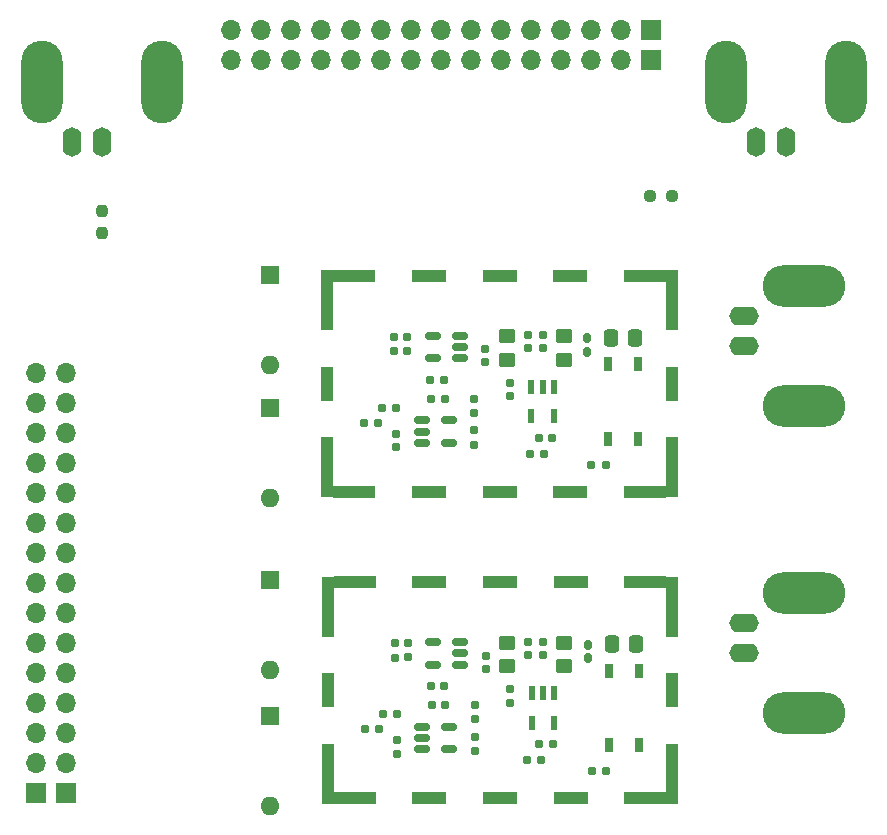
<source format=gts>
G04 #@! TF.GenerationSoftware,KiCad,Pcbnew,7.0.7*
G04 #@! TF.CreationDate,2023-12-28T09:15:15+02:00*
G04 #@! TF.ProjectId,AD3 Front End Amplifier,41443320-4672-46f6-9e74-20456e642041,rev?*
G04 #@! TF.SameCoordinates,Original*
G04 #@! TF.FileFunction,Soldermask,Top*
G04 #@! TF.FilePolarity,Negative*
%FSLAX46Y46*%
G04 Gerber Fmt 4.6, Leading zero omitted, Abs format (unit mm)*
G04 Created by KiCad (PCBNEW 7.0.7) date 2023-12-28 09:15:15*
%MOMM*%
%LPD*%
G01*
G04 APERTURE LIST*
G04 Aperture macros list*
%AMRoundRect*
0 Rectangle with rounded corners*
0 $1 Rounding radius*
0 $2 $3 $4 $5 $6 $7 $8 $9 X,Y pos of 4 corners*
0 Add a 4 corners polygon primitive as box body*
4,1,4,$2,$3,$4,$5,$6,$7,$8,$9,$2,$3,0*
0 Add four circle primitives for the rounded corners*
1,1,$1+$1,$2,$3*
1,1,$1+$1,$4,$5*
1,1,$1+$1,$6,$7*
1,1,$1+$1,$8,$9*
0 Add four rect primitives between the rounded corners*
20,1,$1+$1,$2,$3,$4,$5,0*
20,1,$1+$1,$4,$5,$6,$7,0*
20,1,$1+$1,$6,$7,$8,$9,0*
20,1,$1+$1,$8,$9,$2,$3,0*%
G04 Aperture macros list end*
%ADD10RoundRect,0.155000X0.212500X0.155000X-0.212500X0.155000X-0.212500X-0.155000X0.212500X-0.155000X0*%
%ADD11R,1.600000X1.600000*%
%ADD12O,1.600000X1.600000*%
%ADD13RoundRect,0.250000X-0.450000X0.350000X-0.450000X-0.350000X0.450000X-0.350000X0.450000X0.350000X0*%
%ADD14R,0.990000X5.140000*%
%ADD15R,0.990000X3.000000*%
%ADD16R,3.590000X0.990000*%
%ADD17R,3.000000X0.990000*%
%ADD18R,2.990000X0.990000*%
%ADD19RoundRect,0.160000X-0.197500X-0.160000X0.197500X-0.160000X0.197500X0.160000X-0.197500X0.160000X0*%
%ADD20RoundRect,0.155000X-0.155000X0.212500X-0.155000X-0.212500X0.155000X-0.212500X0.155000X0.212500X0*%
%ADD21O,1.600000X2.500000*%
%ADD22O,3.500000X7.000000*%
%ADD23RoundRect,0.160000X0.197500X0.160000X-0.197500X0.160000X-0.197500X-0.160000X0.197500X-0.160000X0*%
%ADD24RoundRect,0.160000X-0.160000X0.197500X-0.160000X-0.197500X0.160000X-0.197500X0.160000X0.197500X0*%
%ADD25RoundRect,0.250000X0.337500X0.475000X-0.337500X0.475000X-0.337500X-0.475000X0.337500X-0.475000X0*%
%ADD26RoundRect,0.150000X-0.512500X-0.150000X0.512500X-0.150000X0.512500X0.150000X-0.512500X0.150000X0*%
%ADD27RoundRect,0.237500X0.250000X0.237500X-0.250000X0.237500X-0.250000X-0.237500X0.250000X-0.237500X0*%
%ADD28R,1.700000X1.700000*%
%ADD29O,1.700000X1.700000*%
%ADD30RoundRect,0.160000X0.160000X-0.197500X0.160000X0.197500X-0.160000X0.197500X-0.160000X-0.197500X0*%
%ADD31RoundRect,0.160000X0.160000X-0.222500X0.160000X0.222500X-0.160000X0.222500X-0.160000X-0.222500X0*%
%ADD32R,0.600000X1.200000*%
%ADD33O,2.500000X1.600000*%
%ADD34O,7.000000X3.500000*%
%ADD35RoundRect,0.155000X-0.212500X-0.155000X0.212500X-0.155000X0.212500X0.155000X-0.212500X0.155000X0*%
%ADD36R,0.800000X1.200000*%
%ADD37RoundRect,0.150000X0.512500X0.150000X-0.512500X0.150000X-0.512500X-0.150000X0.512500X-0.150000X0*%
%ADD38RoundRect,0.237500X-0.237500X0.250000X-0.237500X-0.250000X0.237500X-0.250000X0.237500X0.250000X0*%
G04 APERTURE END LIST*
D10*
X212433600Y-97906800D03*
X211298600Y-97906800D03*
D11*
X197612000Y-98685500D03*
D12*
X197612000Y-106305500D03*
D13*
X222504000Y-92604800D03*
X222504000Y-94604800D03*
D14*
X202535600Y-115526201D03*
D15*
X202535600Y-122596201D03*
D14*
X202535600Y-129666201D03*
D16*
X204825600Y-131741201D03*
D17*
X211120600Y-131741201D03*
D18*
X217115600Y-131741201D03*
D17*
X223110600Y-131741201D03*
D16*
X229405600Y-131741201D03*
D14*
X231695600Y-129666201D03*
D15*
X231695600Y-122596201D03*
D14*
X231695600Y-115526201D03*
D16*
X229405600Y-113451201D03*
D17*
X223110600Y-113451201D03*
D18*
X217115600Y-113451201D03*
D17*
X211120600Y-113451201D03*
D16*
X204825600Y-113451201D03*
D19*
X219620500Y-102616000D03*
X220815500Y-102616000D03*
D20*
X220726000Y-92529300D03*
X220726000Y-93664300D03*
X208310100Y-100895300D03*
X208310100Y-102030300D03*
D21*
X241300000Y-76200000D03*
D22*
X236220000Y-71120000D03*
D21*
X238760000Y-76200000D03*
D22*
X246380000Y-71120000D03*
D11*
X197612000Y-113284000D03*
D12*
X197612000Y-120904000D03*
D13*
X222504000Y-118563200D03*
X222504000Y-120563200D03*
D20*
X219481400Y-92498100D03*
X219481400Y-93633100D03*
D23*
X206786100Y-99938800D03*
X205591100Y-99938800D03*
D24*
X214964900Y-126569700D03*
X214964900Y-127764700D03*
D25*
X228621500Y-118719200D03*
X226546500Y-118719200D03*
D23*
X208360900Y-124627200D03*
X207165900Y-124627200D03*
D10*
X221522100Y-101208800D03*
X220387100Y-101208800D03*
D23*
X208310100Y-98668800D03*
X207115100Y-98668800D03*
D24*
X209235650Y-92671300D03*
X209235650Y-93866300D03*
D26*
X210474600Y-99750800D03*
X210474600Y-100700800D03*
X210474600Y-101650800D03*
X212749600Y-101650800D03*
X212749600Y-99750800D03*
D20*
X208360900Y-126853700D03*
X208360900Y-127988700D03*
D27*
X231648000Y-80772000D03*
X229823000Y-80772000D03*
D24*
X208219650Y-118643001D03*
X208219650Y-119838001D03*
D26*
X210525400Y-125709200D03*
X210525400Y-126659200D03*
X210525400Y-127609200D03*
X212800400Y-127609200D03*
X212800400Y-125709200D03*
D28*
X180340000Y-131318000D03*
D29*
X180340000Y-128778000D03*
X180340000Y-126238000D03*
X180340000Y-123698000D03*
X180340000Y-121158000D03*
X180340000Y-118618000D03*
X180340000Y-116078000D03*
X180340000Y-113538000D03*
X180340000Y-110998000D03*
X180340000Y-108458000D03*
X180340000Y-105918000D03*
X180340000Y-103378000D03*
X180340000Y-100838000D03*
X180340000Y-98298000D03*
X180340000Y-95758000D03*
D24*
X214914100Y-100611300D03*
X214914100Y-101806300D03*
D30*
X214964900Y-125060200D03*
X214964900Y-123865200D03*
D23*
X206836900Y-125897200D03*
X205641900Y-125897200D03*
D10*
X212484400Y-123865201D03*
X211349400Y-123865201D03*
D20*
X217957400Y-122535701D03*
X217957400Y-123670701D03*
D13*
X217652600Y-92604800D03*
X217652600Y-94604800D03*
D20*
X215890450Y-119675701D03*
X215890450Y-120810701D03*
D31*
X224485200Y-93956600D03*
X224485200Y-92811600D03*
D19*
X224839600Y-103494800D03*
X226034600Y-103494800D03*
D24*
X209286450Y-118629701D03*
X209286450Y-119824701D03*
D28*
X229870000Y-66675000D03*
D29*
X227330000Y-66675000D03*
X224790000Y-66675000D03*
X222250000Y-66675000D03*
X219710000Y-66675000D03*
X217170000Y-66675000D03*
X214630000Y-66675000D03*
X212090000Y-66675000D03*
X209550000Y-66675000D03*
X207010000Y-66675000D03*
X204470000Y-66675000D03*
X201930000Y-66675000D03*
X199390000Y-66675000D03*
X196850000Y-66675000D03*
X194310000Y-66675000D03*
D24*
X208168850Y-92684600D03*
X208168850Y-93879600D03*
D20*
X215839650Y-93717300D03*
X215839650Y-94852300D03*
X217906600Y-96577300D03*
X217906600Y-97712300D03*
D11*
X197612000Y-87418500D03*
D12*
X197612000Y-95038500D03*
D19*
X224890401Y-129453200D03*
X226085401Y-129453200D03*
D13*
X217703400Y-118563201D03*
X217703400Y-120563201D03*
D32*
X221701400Y-122869200D03*
X220751400Y-122869200D03*
X219801400Y-122869200D03*
X219801400Y-125369200D03*
X221701400Y-125369200D03*
D33*
X237794800Y-119430400D03*
D34*
X242874800Y-114350400D03*
D33*
X237794800Y-116890400D03*
D34*
X242874800Y-124510400D03*
D31*
X224536000Y-119915000D03*
X224536000Y-118770000D03*
D20*
X219456000Y-118487700D03*
X219456000Y-119622700D03*
D21*
X183388000Y-76200000D03*
D22*
X178308000Y-71120000D03*
D21*
X180848000Y-76200000D03*
D22*
X188468000Y-71120000D03*
D35*
X211208150Y-96316800D03*
X212343150Y-96316800D03*
D36*
X226314000Y-127254000D03*
X228854000Y-127254000D03*
X228854000Y-120954000D03*
X226314000Y-120954000D03*
D25*
X228570700Y-92760800D03*
X226495700Y-92760800D03*
D35*
X211258950Y-122275201D03*
X212393950Y-122275201D03*
D14*
X202484800Y-89567800D03*
D15*
X202484800Y-96637800D03*
D14*
X202484800Y-103707800D03*
D16*
X204774800Y-105782800D03*
D17*
X211069800Y-105782800D03*
D18*
X217064800Y-105782800D03*
D17*
X223059800Y-105782800D03*
D16*
X229354800Y-105782800D03*
D14*
X231644800Y-103707800D03*
D15*
X231644800Y-96637800D03*
D14*
X231644800Y-89567800D03*
D16*
X229354800Y-87492800D03*
D17*
X223059800Y-87492800D03*
D18*
X217064800Y-87492800D03*
D17*
X211069800Y-87492800D03*
D16*
X204774800Y-87492800D03*
D28*
X177793200Y-131328000D03*
D29*
X177793200Y-128788000D03*
X177793200Y-126248000D03*
X177793200Y-123708000D03*
X177793200Y-121168000D03*
X177793200Y-118628000D03*
X177793200Y-116088000D03*
X177793200Y-113548000D03*
X177793200Y-111008000D03*
X177793200Y-108468000D03*
X177793200Y-105928000D03*
X177793200Y-103388000D03*
X177793200Y-100848000D03*
X177793200Y-98308000D03*
X177793200Y-95768000D03*
D28*
X229870000Y-69215500D03*
D29*
X227330000Y-69215500D03*
X224790000Y-69215500D03*
X222250000Y-69215500D03*
X219710000Y-69215500D03*
X217170000Y-69215500D03*
X214630000Y-69215500D03*
X212090000Y-69215500D03*
X209550000Y-69215500D03*
X207010000Y-69215500D03*
X204470000Y-69215500D03*
X201930000Y-69215500D03*
X199390000Y-69215500D03*
X196850000Y-69215500D03*
X194310000Y-69215500D03*
D20*
X220726000Y-118487700D03*
X220726000Y-119622700D03*
D33*
X237744000Y-93472000D03*
D34*
X242824000Y-88392000D03*
D33*
X237744000Y-90932000D03*
D34*
X242824000Y-98552000D03*
D37*
X213675150Y-94472800D03*
X213675150Y-93522800D03*
X213675150Y-92572800D03*
X211400150Y-92572800D03*
X211400150Y-94472800D03*
D36*
X226263200Y-101295600D03*
X228803200Y-101295600D03*
X228803200Y-94995600D03*
X226263200Y-94995600D03*
D11*
X197612000Y-124756500D03*
D12*
X197612000Y-132376500D03*
D19*
X219366500Y-128524000D03*
X220561500Y-128524000D03*
D37*
X213725950Y-120431201D03*
X213725950Y-119481201D03*
X213725950Y-118531201D03*
X211450950Y-118531201D03*
X211450950Y-120431201D03*
D38*
X183388000Y-82042000D03*
X183388000Y-83867000D03*
D30*
X214914100Y-99101800D03*
X214914100Y-97906800D03*
D10*
X221572900Y-127167200D03*
X220437900Y-127167200D03*
D32*
X221650600Y-96910800D03*
X220700600Y-96910800D03*
X219750600Y-96910800D03*
X219750600Y-99410800D03*
X221650600Y-99410800D03*
M02*

</source>
